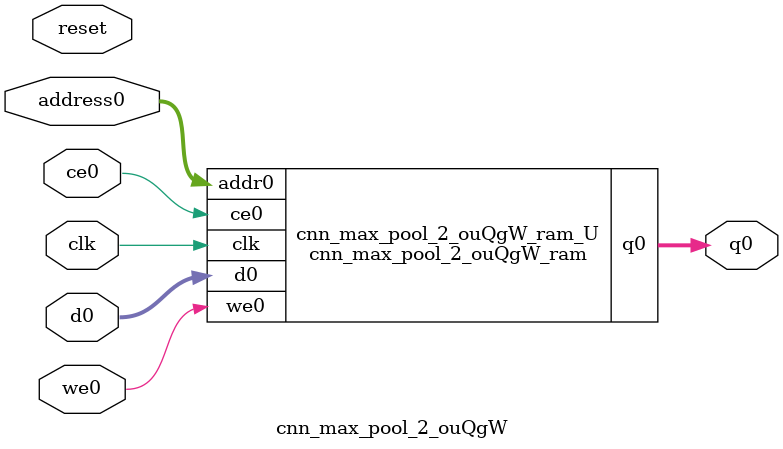
<source format=v>
`timescale 1 ns / 1 ps
module cnn_max_pool_2_ouQgW_ram (addr0, ce0, d0, we0, q0,  clk);

parameter DWIDTH = 14;
parameter AWIDTH = 9;
parameter MEM_SIZE = 400;

input[AWIDTH-1:0] addr0;
input ce0;
input[DWIDTH-1:0] d0;
input we0;
output reg[DWIDTH-1:0] q0;
input clk;

(* ram_style = "block" *)reg [DWIDTH-1:0] ram[0:MEM_SIZE-1];




always @(posedge clk)  
begin 
    if (ce0) 
    begin
        if (we0) 
        begin 
            ram[addr0] <= d0; 
        end 
        q0 <= ram[addr0];
    end
end


endmodule

`timescale 1 ns / 1 ps
module cnn_max_pool_2_ouQgW(
    reset,
    clk,
    address0,
    ce0,
    we0,
    d0,
    q0);

parameter DataWidth = 32'd14;
parameter AddressRange = 32'd400;
parameter AddressWidth = 32'd9;
input reset;
input clk;
input[AddressWidth - 1:0] address0;
input ce0;
input we0;
input[DataWidth - 1:0] d0;
output[DataWidth - 1:0] q0;



cnn_max_pool_2_ouQgW_ram cnn_max_pool_2_ouQgW_ram_U(
    .clk( clk ),
    .addr0( address0 ),
    .ce0( ce0 ),
    .we0( we0 ),
    .d0( d0 ),
    .q0( q0 ));

endmodule


</source>
